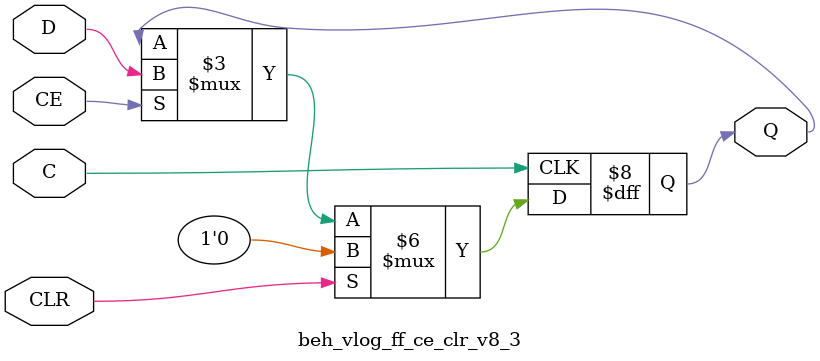
<source format=v>
module beh_vlog_ff_ce_clr_v8_3 (Q, C, CE, CLR, D);
  parameter INIT = 0;
localparam FLOP_DELAY = 100;
    output Q;
    input  C, CE, CLR, D;
    reg Q;
    initial Q= 1'b0;
    always @(posedge C )
       if (CLR)
           Q <= 1'b0;
       else if (CE)
	   Q <= #FLOP_DELAY D;
endmodule
</source>
